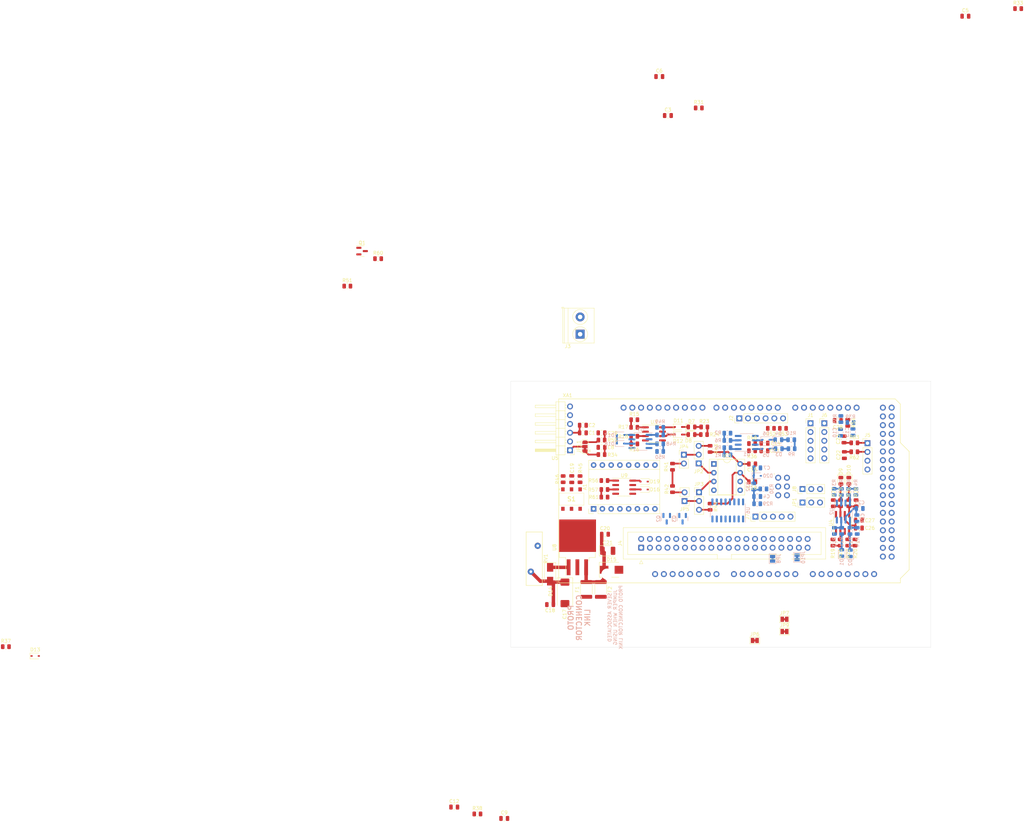
<source format=kicad_pcb>
(kicad_pcb (version 20211014) (generator pcbnew)
  (title_block (title "0.4") (date "2020-03-24") (rev "4c") (company "Speeduino"))
  (layers (0 "F.Cu" signal) (31 "B.Cu" signal) (34 "B.Paste" user) (35 "F.Paste" user) (36 "B.SilkS" user "B.Silkscreen") (37 "F.SilkS" user "F.Silkscreen") (38 "B.Mask" user) (39 "F.Mask" user) (44 "Edge.Cuts" user))
  (net 0 "")
  (net 1 "GND")
  (net 2 "ADC-Clamp-4")
  (net 3 "ADC-Clamp-5")
  (net 4 "ADC-Clamp-3")
  (net 5 "ADC-Clamp-1")
  (net 6 "ADC-Clamp-2")
  (net 7 "VDD")
  (net 8 "12V-SW")
  (net 9 "MCU-D0")
  (net 10 "MCU-D11")
  (net 11 "MCU-D10")
  (net 12 "MCU-D9")
  (net 13 "MCU-D8")
  (net 14 "MCU-D4")
  (net 15 "MCU-D49")
  (net 16 "MCU-D1")
  (net 17 "MCU-A10")
  (net 18 "MCU-A9")
  (net 19 "ADC-Clamp-6")
  (net 20 "RESET")
  (net 21 "MCU-D21")
  (net 22 "MCU-D20")
  (net 23 "MCU-D16")
  (net 24 "MCU-D5")
  (net 25 "MCU-D6")
  (net 26 "MCU-D7")
  (net 27 "MCU-D24")
  (net 28 "MCU-D38")
  (net 29 "MCU-D40")
  (net 30 "MCU-D45")
  (net 31 "MCU-D47")
  (net 32 "MCU-D50")
  (net 33 "MCU-D52")
  (net 34 "ADC-Clamp-10")
  (net 35 "ADC-Clamp-8")
  (net 36 "ADC-Clamp-9")
  (net 37 "ADC-Clamp-13")
  (net 38 "MCU-D17")
  (net 39 "MCU-D3")
  (net 42 "STEP-A2")
  (net 43 "MCU-D15")
  (net 44 "MCU-D14")
  (net 46 "STEP-A1")
  (net 48 "MCU-D13")
  (net 49 "MCU-D12")
  (net 50 "MCU-A5")
  (net 51 "MCU-A6")
  (net 52 "MCU-A7")
  (net 53 "STEP-B1")
  (net 54 "STEP-B2")
  (net 55 "O2_Sensor")
  (net 56 "Net-(C4-Pad1)")
  (net 57 "TPS_Sensor")
  (net 58 "MCU-D22")
  (net 59 "MCU-D23")
  (net 60 "MCU-D25")
  (net 61 "MCU-D26")
  (net 62 "MCU-D27")
  (net 63 "MCU-D28")
  (net 64 "MCU-D29")
  (net 65 "MCU-D30")
  (net 66 "MCU-D31")
  (net 67 "MCU-D32")
  (net 68 "MCU-D33")
  (net 69 "MCU-D34")
  (net 70 "MCU-D35")
  (net 71 "MCU-D36")
  (net 72 "MCU-D37")
  (net 73 "MCU-D39")
  (net 74 "MCU-D41")
  (net 75 "MCU-D42")
  (net 76 "MCU-D43")
  (net 77 "MCU-D44")
  (net 78 "MCU-D46")
  (net 79 "MCU-D48")
  (net 80 "MCU-D53")
  (net 81 "IAT_Sensor")
  (net 82 "CLT_Sensor")
  (net 83 "Net-(C19-Pad1)")
  (net 84 "Vdrive")
  (net 85 "Net-(D1-Pad2)")
  (net 86 "Net-(D2-Pad2)")
  (net 87 "Net-(D3-Pad1)")
  (net 88 "Net-(D3-Pad2)")
  (net 89 "Net-(D4-Pad1)")
  (net 90 "Net-(D4-Pad2)")
  (net 91 "INJ-1-OUT")
  (net 92 "INJ-4-OUT")
  (net 93 "Net-(D11-Pad2)")
  (net 94 "Net-(D7-Pad2)")
  (net 95 "Net-(D12-Pad2)")
  (net 96 "Net-(D8-Pad2)")
  (net 97 "Net-(D9-Pad2)")
  (net 98 "Net-(D10-Pad2)")
  (net 99 "INJ-2-OUT")
  (net 100 "INJ-3-OUT")
  (net 101 "VRegIn")
  (net 102 "HC-2-OUT")
  (net 103 "BOOST-OUT")
  (net 104 "HC-1-OUT")
  (net 105 "IDLE-OUT")
  (net 106 "VDDA")
  (net 107 "Net-(F2-Pad2)")
  (net 108 "VR1-")
  (net 109 "Net-(IC3-Pad2)")
  (net 110 "Net-(IC3-Pad3)")
  (net 111 "VR2-")
  (net 112 "Net-(J2-Pad5)")
  (net 114 "IGN-1-OUT")
  (net 115 "IGN-4-OUT")
  (net 116 "MAP-EXT")
  (net 117 "PROTO-1")
  (net 118 "PROTO-2")
  (net 119 "PROTO-3")
  (net 120 "PROTO-4")
  (net 121 "PROTO-5")
  (net 122 "IGN-2-OUT")
  (net 123 "IGN-3-OUT")
  (net 124 "CRANK-IN")
  (net 125 "CAM-IN")
  (net 126 "Net-(J5-Pad1)")
  (net 127 "Net-(J5-Pad2)")
  (net 128 "Net-(JP2-Pad3)")
  (net 129 "Net-(JP3-Pad3)")
  (net 130 "Net-(JP4-Pad2)")
  (net 131 "Net-(JP5-Pad2)")
  (net 132 "FAN-OUT")
  (net 133 "FUELPUMP-OUT")
  (net 134 "TACHO-OUT")
  (net 135 "Clutch_in")
  (net 136 "Net-(JP11-Pad3)")
  (net 137 "Net-(JP11-Pad2)")
  (net 138 "Net-(R5-Pad1)")
  (net 139 "Net-(R6-Pad1)")
  (net 140 "Net-(R7-Pad1)")
  (net 141 "Net-(R8-Pad1)")
  (net 142 "Net-(R11-Pad1)")
  (net 143 "Net-(R12-Pad1)")
  (net 144 "Net-(R17-Pad1)")
  (net 145 "Net-(R18-Pad1)")
  (net 146 "Net-(R21-Pad1)")
  (net 147 "Net-(R22-Pad1)")
  (net 148 "Net-(R25-Pad1)")
  (net 149 "Net-(R26-Pad1)")
  (net 150 "Net-(R45-Pad1)")
  (net 151 "Net-(R47-Pad1)")
  (net 152 "Net-(R48-Pad1)")
  (net 153 "Net-(R56-Pad1)")
  (net 154 "Net-(R57-Pad1)")
  (net 166 "ADC-Clamp-7")
  (net 167 "ADC-Clamp-11")
  (net 168 "ADC-Clamp-12")
  (net 169 "ADC-Clamp-14")
  (net 187 "MOSI")
  (net 188 "SCLK")
  (net 190 "MISO")
  (footprint "Arduino:Arduino_Mega2560_Shield" (layer "F.Cu") (at 110 107.8)
    (fp_text reference "XA1")
    (fp_text value "Arduino_Mega2560_Shield")
  )
  (footprint "TerminalBlock_Phoenix:TerminalBlock_Phoenix_PT-1,5-2-5.0-H_1x02_P5.00mm_Horizontal" (layer "F.Cu") (at 116.2 30.7 -90)
    (fp_text reference "J3")
    (fp_text value "Conn_01x02")
  )
  (footprint "Jumper:SolderJumper-2_P1.3mm_Bridged_Pad1.0x1.5mm" (layer "F.Cu") (at 166.85 124.5)
    (fp_text reference "JP6")
    (fp_text value "SolderJumper_2_Bridged")
  )
  (footprint "Connector_PinHeader_2.54mm:PinHeader_1x02_P2.54mm_Vertical" (layer "F.Cu") (at 146.48 84.095 180)
    (fp_text reference "JP5")
    (fp_text value "PULL-UP")
  )
  (footprint "Resistor_SMD:R_0805_2012Metric" (layer "F.Cu") (at 166.05 67.4)
    (fp_text reference "R40")
    (fp_text value "470R")
  )
  (footprint "Resistor_SMD:R_0805_2012Metric" (layer "F.Cu") (at 111.27 77.725 90)
    (fp_text reference "R46")
    (fp_text value "120R")
  )
  (footprint "Resistor_SMD:R_0805_2012Metric" (layer "F.Cu") (at 195.7125 69.8 180)
    (fp_text reference "R62")
    (fp_text value "470R")
  )
  (footprint "LED_SMD:LED_0805_2012Metric" (layer "F.Cu") (at 194.1 78.2 -90)
    (fp_text reference "D10")
    (fp_text value "LED")
  )
  (footprint "Connector_PinHeader_2.54mm:PinHeader_1x06_P2.54mm_Vertical" (layer "F.Cu") (at 162.35 60.1 90)
    (fp_text reference "J2")
    (fp_text value "Conn_01x06")
  )
  (footprint "Resistor_SMD:R_0805_2012Metric" (layer "F.Cu") (at 152.1 64.8)
    (fp_text reference "R24")
    (fp_text value "2.4k")
  )
  (footprint "SamacSys_Parts_github:AYZ0202AGRLC" (layer "F.Cu") (at 113.7 83.5)
    (fp_text reference "S1")
    (fp_text value "AYZ0202AGRLC" hide)
  )
  (footprint "Resistor_SMD:R_0805_2012Metric" (layer "F.Cu") (at 175.01 63 180)
    (fp_text reference "R53")
    (fp_text value "1k")
  )
  (footprint "Capacitor_SMD:C_0805_2012Metric" (layer "F.Cu") (at 192.7125 66.2 90)
    (fp_text reference "C23")
    (fp_text value "0.1uF")
  )
  (footprint "Resistor_SMD:R_0805_2012Metric" (layer "F.Cu") (at 243.2 -58.7)
    (fp_text reference "R33")
    (fp_text value "2.4k")
  )
  (footprint "Resistor_SMD:R_0805_2012Metric" (layer "F.Cu") (at 131.8875 62.7 180)
    (fp_text reference "R17")
    (fp_text value "1k")
  )
  (footprint "Connector_PinHeader_2.54mm:PinHeader_1x06_P2.54mm_Horizontal" (layer "F.Cu") (at 113.275 69.35 180)
    (fp_text reference "U5")
    (fp_text value "MPX4250")
  )
  (footprint "Resistor_SMD:R_0805_2012Metric" (layer "F.Cu") (at 131.9 67.5 180)
    (fp_text reference "R16")
    (fp_text value "100k")
  )
  (footprint "Varistor:RV_Disc_D15.5mm_W4.7mm_P7.5mm" (layer "F.Cu") (at 101.9 104.55 90)
    (fp_text reference "RV1")
    (fp_text value "Varistor")
  )
  (footprint "Resistor_SMD:R_0805_2012Metric" (layer "F.Cu") (at 48.7 21.755)
    (fp_text reference "R51")
    (fp_text value "10k")
  )
  (footprint "Resistor_SMD:R_0805_2012Metric" (layer "F.Cu") (at 191.6 96.1 -90)
    (fp_text reference "R21")
    (fp_text value "1k")
  )
  (footprint "Connector_PinHeader_2.54mm:PinHeader_1x02_P2.54mm_Vertical" (layer "F.Cu") (at 146.28 70.645)
    (fp_text reference "JP4")
    (fp_text value "PULL-UP")
  )
  (footprint "Connector_PinHeader_2.54mm:PinHeader_1x03_P2.54mm_Vertical" (layer "F.Cu") (at 180.675 84.5 90)
    (fp_text reference "JP1")
    (fp_text value "Ignition Voltage")
  )
  (footprint "Connector_PinHeader_2.54mm:PinHeader_1x04_P2.54mm_Vertical" (layer "F.Cu") (at 199.5125 67.3)
    (fp_text reference "J5")
    (fp_text value "Conn_01x04")
  )
  (footprint "Capacitor_SMD:C_0805_2012Metric" (layer "F.Cu") (at 166.08 78.52 180)
    (fp_text reference "C16")
    (fp_text value "0.1uF")
  )
  (footprint "Resistor_SMD:R_0805_2012Metric" (layer "F.Cu") (at 166.05 69.5 180)
    (fp_text reference "R36")
    (fp_text value "2.49k")
  )
  (footprint "Fuse:Fuse_1812_4532Metric" (layer "F.Cu") (at 122.2 109.7 -90)
    (fp_text reference "F2")
    (fp_text value "Polyfuse")
  )
  (footprint "Jumper:SolderJumper-3_P1.3mm_Bridged12_RoundedPad1.0x1.5mm" (layer "F.Cu") (at 117.6 68.3 90)
    (fp_text reference "JP11")
    (fp_text value "Jumper_3_Bridged12")
  )
  (footprint "Resistor_SMD:R_0805_2012Metric" (layer "F.Cu") (at 193.8 96.1 -90)
    (fp_text reference "R22")
    (fp_text value "1k")
  )
  (footprint "Capacitor_SMD:C_0805_2012Metric" (layer "F.Cu") (at 227.9 -56.5)
    (fp_text reference "C5")
    (fp_text value "0.22uF")
  )
  (footprint "Capacitor_SMD:C_0805_2012Metric" (layer "F.Cu") (at 139.15 -39)
    (fp_text reference "C6")
    (fp_text value "0.22uF")
  )
  (footprint "Resistor_SMD:R_0805_2012Metric" (layer "F.Cu") (at 194.1 84.7 90)
    (fp_text reference "R26")
    (fp_text value "2.4k")
  )
  (footprint "LED_SMD:LED_0805_2012Metric" (layer "F.Cu") (at 191.8 78.2 -90)
    (fp_text reference "D9")
    (fp_text value "LED")
  )
  (footprint "Jumper:SolderJumper-2_P1.3mm_Bridged_Pad1.0x1.5mm" (layer "F.Cu") (at 175.455 118.35)
    (fp_text reference "JP7")
    (fp_text value "SolderJumper_2_Bridged")
  )
  (footprint "Connector_PinHeader_2.54mm:PinHeader_1x03_P2.54mm_Vertical" (layer "F.Cu") (at 180.675 80.6 90)
    (fp_text reference "J8")
    (fp_text value "Conn_01x03")
  )
  (footprint "Package_TO_SOT_SMD:TO-263-3_TabPin2" (layer "F.Cu") (at 115.4 97.5 90)
    (fp_text reference "U8")
    (fp_text value "LM2940S-5.0/NOPB")
  )
  (footprint "Diode_SMD:D_SMB" (layer "F.Cu") (at 125.3 104)
    (fp_text reference "D15")
    (fp_text value "1SMB5919BT3G")
  )
  (footprint "Capacitor_SMD:C_0805_2012Metric" (layer "F.Cu") (at 117 64.3 180)
    (fp_text reference "C1")
    (fp_text value "0.01uF")
  )
  (footprint "Capacitor_Tantalum_SMD:CP_EIA-7343-31_Kemet-D" (layer "F.Cu") (at 111.8 110.7 -90)
    (fp_text reference "C17")
    (fp_text value "10uF")
  )
  (footprint "Connector_PinHeader_2.54mm:PinHeader_1x03_P2.54mm_Vertical" (layer "F.Cu") (at 150.68 81.52)
    (fp_text reference "JP3")
    (fp_text value "VR-HALL")
  )
  (footprint "Module:Pololu_Breakout-16_15.2x20.3mm" (layer "F.Cu") (at 120.11 86.34 90)
    (fp_text reference "A1")
    (fp_text value "Pololu_Breakout_DRV8825")
  )
  (footprint "Diode_SMD:D_SOD-323" (layer "F.Cu") (at -41.8 129)
    (fp_text reference "D13")
    (fp_text value "D_Zener")
  )
  (footprint "Capacitor_SMD:C_0805_2012Metric" (layer "F.Cu") (at 79.7 172.8)
    (fp_text reference "C12")
    (fp_text value "0.22uF")
  )
  (footprint "Diode_SMD:D_SMA" (layer "F.Cu") (at 107.5 105.3 -90)
    (fp_text reference "D14")
    (fp_text value "B130-13-F")
  )
  (footprint "Resistor_SMD:R_0805_2012Metric" (layer "F.Cu") (at 86.4125 174.8)
    (fp_text reference "R38")
    (fp_text value "470R")
  )
  (footprint "Resistor_SMD:R_0805_2012Metric" (layer "F.Cu") (at 193.8 61.4 -90)
    (fp_text reference "R54")
    (fp_text value "1k")
  )
  (footprint "Capacitor_SMD:C_0805_2012Metric" (layer "F.Cu") (at 197 91.9 180)
    (fp_text reference "C26")
    (fp_text value "0.1uF")
  )
  (footprint "Resistor_SMD:R_0805_2012Metric" (layer "F.Cu") (at 195.7125 67.2)
    (fp_text reference "R63")
    (fp_text value "470R")
  )
  (footprint "Resistor_SMD:R_0805_2012Metric" (layer "F.Cu") (at 152.2 62.6)
    (fp_text reference "R23")
    (fp_text value "2.4k")
  )
  (footprint "Diode_SMD:D_SOD-323" (layer "F.Cu") (at 134.75 78.43 180)
    (fp_text reference "D19")
    (fp_text value "D")
  )
  (footprint "Diode_SMD:D_SOD-323" (layer "F.Cu") (at 134.75 80.73 180)
    (fp_text reference "D16")
    (fp_text value "D")
  )
  (footprint "Connector_PinHeader_2.54mm:PinHeader_1x05_P2.54mm_Vertical" (layer "F.Cu") (at 183 61.525)
    (fp_text reference "J1")
    (fp_text value "Conn_01x05")
  )
  (footprint "Capacitor_SMD:C_0805_2012Metric" (layer "F.Cu") (at 169.65 69.5)
    (fp_text reference "C11")
    (fp_text value "0.1uF")
  )
  (footprint "Capacitor_SMD:C_0805_2012Metric" (layer "F.Cu") (at 113.77 77.725 90)
    (fp_text reference "C19")
    (fp_text value "22uF")
  )
  (footprint "Package_TO_SOT_SMD:SOT-23" (layer "F.Cu") (at 52.98 11.605)
    (fp_text reference "Q1")
    (fp_text value "SSM3K357R")
  )
  (footprint "Jumper:SolderJumper-2_P1.3mm_Bridged_Pad1.0x1.5mm" (layer "F.Cu") (at 175.455 121.9)
    (fp_text reference "JP9")
    (fp_text value "SolderJumper_2_Bridged")
  )
  (footprint "Resistor_SMD:R_0805_2012Metric" (layer "F.Cu") (at 131.9 65.3 180)
    (fp_text reference "R18")
    (fp_text value "1k")
  )
  (footprint "Resistor_SMD:R_0805_2012Metric" (layer "F.Cu") (at 122.4 70.6 180)
    (fp_text reference "R34")
    (fp_text value "470R")
  )
  (footprint "Resistor_SMD:R_0805_2012Metric" (layer "F.Cu") (at 131.9 60.5)
    (fp_text reference "R15")
    (fp_text value "100k")
  )
  (footprint "Capacitor_SMD:C_0805_2012Metric" (layer "F.Cu") (at 190.9 60.7)
    (fp_text reference "C28")
    (fp_text value "0.1uF")
  )
  (footprint "Capacitor_SMD:C_0805_2012Metric" (layer "F.Cu") (at 192.8125 70.75 -90)
    (fp_text reference "C22")
    (fp_text value "0.1uF")
  )
  (footprint "Capacitor_SMD:C_0805_2012Metric" (layer "F.Cu") (at 141.65 -27.7)
    (fp_text reference "C3")
    (fp_text value "0.1uF")
  )
  (footprint "Resistor_SMD:R_0805_2012Metric" (layer "F.Cu") (at 123.25 80.73 180)
    (fp_text reference "R57")
    (fp_text value "1k")
  )
  (footprint "Resistor_SMD:R_0805_2012Metric" (layer "F.Cu") (at 57.63 13.805)
    (fp_text reference "R60")
    (fp_text value "100k")
  )
  (footprint "Package_SO:SOIC-8_3.9x4.9mm_P1.27mm" (layer "F.Cu") (at 128.975 80.065)
    (fp_text reference "U9")
    (fp_text value "VNLD5090")
  )
  (footprint "Resistor_SMD:R_0805_2012Metric" (layer "F.Cu") (at 122.4 66.4 180)
    (fp_text reference "R55")
    (fp_text value "470R")
  )
  (footprint "Capacitor_SMD:C_0805_2012Metric" (layer "F.Cu") (at 169.65 67.3)
    (fp_text reference "C14")
    (fp_text value "0.22uF")
  )
  (footprint "Resistor_SMD:R_0805_2012Metric" (layer "F.Cu") (at 150.6 -29.9)
    (fp_text reference "R31")
    (fp_text value "470R")
  )
  (footprint "Capacitor_SMD:C_0805_2012Metric" (layer "F.Cu") (at 94.2 176.1)
    (fp_text reference "C9")
    (fp_text value "0.1uF")
  )
  (footprint "Capacitor_SMD:C_0805_2012Metric" (layer "F.Cu") (at 197 89.6 180)
    (fp_text reference "C27")
    (fp_text value "1uF")
  )
  (footprint "Resistor_SMD:R_0805_2012Metric" (layer "F.Cu") (at 153.88 68.96 90)
    (fp_text reference "R43")
    (fp_text value "220R")
  )
  (footprint "Capacitor_Tantalum_SMD:CP_EIA-3528-21_Kemet-B" (layer "F.Cu") (at 124.2 98.5)
    (fp_text reference "C21")
    (fp_text value "47uF")
  )
  (footprint "Capacitor_SMD:C_0805_2012Metric" (layer "F.Cu") (at 107.5 114.1 180)
    (fp_text reference "C18")
    (fp_text value "0.1uF")
  )
  (footprint "Resistor_SMD:R_0805_2012Metric" (layer "F.Cu") (at 191.7 84.7 90)
    (fp_text reference "R25")
    (fp_text value "2.4k")
  )
  (footprint "Diode_SMD:D_SOD-323" (layer "F.Cu") (at 144.7 62.6)
    (fp_text reference "D11")
    (fp_text value "D")
  )
  (footprint "Fuse:Fuse_1812_4532Metric" (layer "F.Cu") (at 118 109.7 90)
    (fp_text reference "F1")
    (fp_text value "Polyfuse")
  )
  (footprint "Resistor_SMD:R_0805_2012Metric" (layer "F.Cu") (at 123.25 78.13 180)
    (fp_text reference "R56")
    (fp_text value "1k")
  )
  (footprint "Capacitor_SMD:C_0805_2012Metric" (layer "F.Cu") (at 122.4 64.3 180)
    (fp_text reference "C29")
    (fp_text value "470pf")
  )
  (footprint "Capacitor_SMD:C_0805_2012Metric" (layer "F.Cu") (at 122.4 68.5)
    (fp_text reference "C8")
    (fp_text value "470pf")
  )
  (footprint "Capacitor_SMD:C_0805_2012Metric" (layer "F.Cu") (at 123.4 93.7)
    (fp_text reference "C20")
    (fp_text value "0.1uF")
  )
  (footprint "Package_DIP:DIP-8_W7.62mm_Socket" (layer "F.Cu") (at 154.98 73.32)
    (fp_text reference "IC3")
    (fp_text value "Trig Cond Socket")
  )
  (footprint "Capacitor_SMD:C_0805_2012Metric" (layer "F.Cu") (at 117 62.1 180)
    (fp_text reference "C2")
    (fp_text value "1uF")
  )
  (footprint "Resistor_SMD:R_0805_2012Metric" (layer "F.Cu") (at 195.9 96.1 -90)
    (fp_text reference "R20")
    (fp_text value "100k")
  )
  (footprint "Connector_IDC:IDC-Header_2x20_P2.54mm_Vertical" (layer "F.Cu") (at 133.9 97.6 90)
    (fp_text reference "J4")
    (fp_text value "Conn_02x20_Counter_Clockwise")
  )
  (footprint "Diode_SMD:D_SOD-323" (layer "F.Cu") (at 144.7 64.8)
    (fp_text reference "D12")
    (fp_text value "D")
  )
  (footprint "Capacitor_SMD:C_0805_2012Metric" (layer "F.Cu") (at 166.08 73.32 180)
    (fp_text reference "C15")
    (fp_text value "0.01uF")
  )
  (footprint "Resistor_SMD:R_0805_2012Metric" (layer "F.Cu") (at 171.51 63 180)
    (fp_text reference "R52")
    (fp_text value "2k")
  )
  (footprint "Connector_PinHeader_2.54mm:PinHeader_1x05_P2.54mm_Vertical" (layer "F.Cu") (at 167.025 88.6 90)
    (fp_text reference "J7")
    (fp_text value "Conn_01x05")
  )
  (footprint "Package_SO:SOIC-8_3.9x4.9mm_P1.27mm" (layer "F.Cu") (at 192.3 90.4 90)
    (fp_text reference "U4")
    (fp_text value "TC4424A")
  )
  (footprint "LED_SMD:LED_0805_2012Metric" (layer "F.Cu") (at 148.5 62.6)
    (fp_text reference "D7")
    (fp_text value "LED")
  )
  (footprint "Package_SO:SOIC-8_3.9x4.9mm_P1.27mm" (layer "F.Cu") (at 137.6 64.6)
    (fp_text reference "U3")
    (fp_text value "VNLD5090")
  )
  (footprint "Resistor_SMD:R_0805_2012Metric" (layer "F.Cu") (at 142.98 80.62 90)
    (fp_text reference "R42")
    (fp_text value "1k")
  )
  (footprint "Connector_PinHeader_2.54mm:PinHeader_1x03_P2.54mm_Vertical" (layer "F.Cu") (at 150.58 73.16 180)
    (fp_text reference "JP2")
    (fp_text value "VR-HALL")
  )
  (footprint "Resistor_SMD:R_0805_2012Metric" (layer "F.Cu") (at -50.3 126.3)
    (fp_text reference "R37")
    (fp_text value "1k")
  )
  (footprint "Resistor_SMD:R_0805_2012Metric" (layer "F.Cu") (at 189.6 84.7 -90)
    (fp_text reference "R27")
    (fp_text value "10R")
  )
  (footprint "Resistor_SMD:R_0805_2012Metric" (layer "F.Cu") (at 189.5 96.1 90)
    (fp_text reference "R19")
    (fp_text value "100k")
  )
  (footprint "Resistor_SMD:R_0805_2012Metric" (layer "F.Cu") (at 196.2 84.7 -90)
    (fp_text reference "R28")
    (fp_text value "10R")
  )
  (footprint "Connector_PinHeader_2.54mm:PinHeader_1x05_P2.54mm_Vertical" (layer "F.Cu") (at 187 61.525)
    (fp_text reference "J6")
    (fp_text value "Conn_01x05")
  )
  (footprint "Resistor_SMD:R_0805_2012Metric" (layer "F.Cu") (at 116.17 77.725 90)
    (fp_text reference "R45")
    (fp_text value "10k")
  )
  (footprint "Resistor_SMD:R_0805_2012Metric" (layer "F.Cu") (at 142.98 74.12 -90)
    (fp_text reference "R41")
    (fp_text value "1k")
  )
  (footprint "Resistor_SMD:R_0805_2012Metric" (layer "F.Cu") (at 153.88 85.72 -90)
    (fp_text reference "R44")
    (fp_text value "220R")
  )
  (footprint "LED_SMD:LED_0805_2012Metric" (layer "F.Cu") (at 148.5 64.8)
    (fp_text reference "D8")
    (fp_text value "LED")
  )
  (footprint "Resistor_SMD:R_0805_2012Metric" (layer "F.Cu") (at 123.25 82.93 180)
    (fp_text reference "R61")
    (fp_text value "100k")
  )
  (footprint "LED_SMD:LED_0805_2012Metric" (layer "B.Cu") (at 173.7 66.3)
    (fp_text reference "D4")
    (fp_text value "LED")
  )
  (footprint "Resistor_SMD:R_0805_2012Metric" (layer "B.Cu") (at 196.535 92.725 90)
    (fp_text reference "R14")
    (fp_text value "10R")
  )
  (footprint "Resistor_SMD:R_0805_2012Metric" (layer "B.Cu") (at 158.9 66.5 180)
    (fp_text reference "R6")
    (fp_text value "1k")
  )
  (footprint "Capacitor_SMD:C_0805_2012Metric" (layer "B.Cu") (at 196.435 89.075 90)
    (fp_text reference "C24")
    (fp_text value "0.1uF")
  )
  (footprint "Capacitor_SMD:C_0805_2012Metric" (layer "B.Cu") (at 195.3 64.1 -90)
    (fp_text reference "C13")
    (fp_text value "0.22uF")
  )
  (footprint "Resistor_SMD:R_0805_2012Metric" (layer "B.Cu") (at 194.6 61.3 180)
    (fp_text reference "R39")
    (fp_text value "470R")
  )
  (footprint "Jumper:SolderJumper-2_P1.3mm_Bridged_Pad1.0x1.5mm" (layer "B.Cu") (at 172 100.8 90)
    (fp_text reference "JP8")
    (fp_text value "SolderJumper_2_Bridged")
  )
  (footprint "Package_TO_SOT_SMD:SOT-23" (layer "B.Cu") (at 145.9 89.2 -90)
    (fp_text reference "Q3")
    (fp_text value "SSM3K357R")
  )
  (footprint "Resistor_SMD:R_0805_2012Metric" (layer "B.Cu") (at 192.035 92.725 -90)
    (fp_text reference "R11")
    (fp_text value "2.4k")
  )
  (footprint "Resistor_SMD:R_0805_2012Metric" (layer "B.Cu") (at 194.035 81.425 90)
    (fp_text reference "R8")
    (fp_text value "1k")
  )
  (footprint "Diode_SMD:D_SOD-323" (layer "B.Cu") (at 127.9 64.9)
    (fp_text reference "D17")
    (fp_text value "D")
  )
  (footprint "Resistor_SMD:R_0805_2012Metric" (layer "B.Cu") (at 177.5 68.9)
    (fp_text reference "R9")
    (fp_text value "2.4k")
  )
  (footprint "Resistor_SMD:R_0805_2012Metric" (layer "B.Cu") (at 189.835 81.4125 -90)
    (fp_text reference "R3")
    (fp_text value "100k")
  )
  (footprint "Resistor_SMD:R_0805_2012Metric" (layer "B.Cu") (at 139.4 69.7)
    (fp_text reference "R50")
    (fp_text value "100k")
  )
  (footprint "Resistor_SMD:R_0805_2012Metric" (layer "B.Cu") (at 191.935 81.425 90)
    (fp_text reference "R7")
    (fp_text value "1k")
  )
  (footprint "Package_TO_SOT_SMD:SOT-23" (layer "B.Cu") (at 141.3 89.2 -90)
    (fp_text reference "Q2")
    (fp_text value "SSM3K357R")
  )
  (footprint "Resistor_SMD:R_0805_2012Metric" (layer "B.Cu") (at 189.935 92.725 90)
    (fp_text reference "R13")
    (fp_text value "10R")
  )
  (footprint "Diode_SMD:D_SOD-323" (layer "B.Cu") (at 170.1 66.3)
    (fp_text reference "D6")
    (fp_text value "D")
  )
  (footprint "LED_SMD:LED_0805_2012Metric" (layer "B.Cu") (at 194.535 99.225 90)
    (fp_text reference "D2")
    (fp_text value "LED")
  )
  (footprint "Capacitor_SMD:C_0805_2012Metric" (layer "B.Cu") (at 167.5375 82.7625)
    (fp_text reference "C4")
    (fp_text value "0.1uF")
  )
  (footprint "Resistor_SMD:R_0805_2012Metric" (layer "B.Cu") (at 191.8 60.3 90)
    (fp_text reference "R35")
    (fp_text value "2.49k")
  )
  (footprint "Package_SO:SOIC-8_3.9x4.9mm_P1.27mm" (layer "B.Cu") (at 164.5 67.1)
    (fp_text reference "U1")
    (fp_text value "VNLD5090")
  )
  (footprint "Capacitor_SMD:C_0805_2012Metric" (layer "B.Cu") (at 197.235 86.225 180)
    (fp_text reference "C25")
    (fp_text value "1uF")
  )
  (footprint "Jumper:SolderJumper-2_P1.3mm_Bridged_Pad1.0x1.5mm" (layer "B.Cu") (at 179.1 100.4 90)
    (fp_text reference "JP10")
    (fp_text value "SolderJumper_2_Bridged")
  )
  (footprint "Package_SO:SOIC-8_3.9x4.9mm_P1.27mm" (layer "B.Cu") (at 192.535 87.125 -90)
    (fp_text reference "U2")
    (fp_text value "TC4424A")
  )
  (footprint "Resistor_SMD:R_0805_2012Metric" (layer "B.Cu") (at 194.435 92.725 -90)
    (fp_text reference "R12")
    (fp_text value "2.4k")
  )
  (footprint "Capacitor_SMD:C_0805_2012Metric" (layer "B.Cu") (at 191.7 64.2 -90)
    (fp_text reference "C10")
    (fp_text value "0.1uF")
  )
  (footprint "Resistor_SMD:R_0805_2012Metric" (layer "B.Cu") (at 177.4 66.3)
    (fp_text reference "R10")
    (fp_text value "2.4k")
  )
  (footprint "Resistor_SMD:R_0805_2012Metric" (layer "B.Cu") (at 158.9 68.6 180)
    (fp_text reference "R5")
    (fp_text value "1k")
  )
  (footprint "Diode_SMD:D_SOD-323" (layer "B.Cu") (at 127.9 67.4)
    (fp_text reference "D18")
    (fp_text value "D")
  )
  (footprint "Resistor_SMD:R_0805_2012Metric" (layer "B.Cu") (at 167.5375 84.8625 180)
    (fp_text reference "R29")
    (fp_text value "1k")
  )
  (footprint "Package_SO:SOIC-16_3.9x9.9mm_P1.27mm" (layer "B.Cu") (at 159 86.8 90)
    (fp_text reference "U6")
    (fp_text value "SP720")
  )
  (footprint "Resistor_SMD:R_0805_2012Metric" (layer "B.Cu") (at 169.3375 80.5625)
    (fp_text reference "R30")
    (fp_text value "3.9k")
  )
  (footprint "Resistor_SMD:R_0805_2012Metric" (layer "B.Cu") (at 158.9 64.4 180)
    (fp_text reference "R2")
    (fp_text value "100k")
  )
  (footprint "Diode_SMD:D_SOD-323" (layer "B.Cu") (at 167.5375 76.7625)
    (fp_text reference "D20")
    (fp_text value "D_Zener")
  )
  (footprint "Diode_SMD:D_SOD-323" (layer "B.Cu") (at 170.1 68.9)
    (fp_text reference "D5")
    (fp_text value "D")
  )
  (footprint "Resistor_SMD:R_0805_2012Metric" (layer "B.Cu") (at 139.4 67.5)
    (fp_text reference "R48")
    (fp_text value "1k")
  )
  (footprint "Resistor_SMD:R_0805_2012Metric" (layer "B.Cu") (at 158.9 70.7)
    (fp_text reference "R1")
    (fp_text value "100k")
  )
  (footprint "Package_SO:SOIC-8_3.9x4.9mm_P1.27mm" (layer "B.Cu") (at 133.7 66.8 180)
    (fp_text reference "U7")
    (fp_text value "VNLD5090")
  )
  (footprint "Resistor_SMD:R_0805_2012Metric" (layer "B.Cu") (at 166.5375 79.8625 -90)
    (fp_text reference "R32")
    (fp_text value "470R")
  )
  (footprint "LED_SMD:LED_0805_2012Metric" (layer "B.Cu") (at 173.8 68.9)
    (fp_text reference "D3")
    (fp_text value "LED")
  )
  (footprint "Resistor_SMD:R_0805_2012Metric" (layer "B.Cu") (at 139.4 64.9)
    (fp_text reference "R47")
    (fp_text value "1k")
  )
  (footprint "LED_SMD:LED_0805_2012Metric" (layer "B.Cu") (at 192.035 99.125 90)
    (fp_text reference "D1")
    (fp_text value "LED")
  )
  (footprint "Capacitor_SMD:C_0805_2012Metric" (layer "B.Cu") (at 167.5375 74.4625)
    (fp_text reference "C7")
    (fp_text value "0.22uF")
  )
  (footprint "Resistor_SMD:R_0805_2012Metric" (layer "B.Cu") (at 196.135 81.425 90)
    (fp_text reference "R4")
    (fp_text value "100k")
  )
  (footprint "Resistor_SMD:R_0805_2012Metric" (layer "B.Cu") (at 139.4 62.7 180)
    (fp_text reference "R49")
    (fp_text value "100k")
  )
  (gr_rect (start 96.1 49.3) (end 217.9 126.5) (layer "Edge.Cuts") (width 0.05) (fill none))
  (gr_text "PROTO\nCONNECTOR\nLINK" (at 115.926786 117.9 90) (layer "B.SilkS") (effects (font (size 1.5 1.5) (thickness 0.2875)) (justify mirror)))
  (gr_text "SEVER ASSOCIATED\nJUMPER WHEN USING\nPROTO CONNECTOR LINK" (at 126.4 117.8 90) (layer "B.SilkS") (effects (font (size 1 1)) (justify mirror)))
  (segment (start 166.5375 78.95) (end 166.5375 76.8125) (width 0.5) (layer "B.Cu") (net 5))
  (segment (start 166.5875 76.6625) (end 166.4875 76.7625) (width 0.5) (layer "B.Cu") (net 5))
  (segment (start 166.5875 74.4625) (end 166.5875 76.6625) (width 0.5) (layer "B.Cu") (net 5))
  (segment (start 166.5375 76.8125) (end 166.4875 76.7625) (width 0.5) (layer "B.Cu") (net 5))
  (segment (start 123.3125 68.5375) (end 123.35 68.5) (width 0.5) (layer "F.Cu") (net 6))
  (segment (start 123.3125 70.6) (end 123.3125 68.5375) (width 0.5) (layer "F.Cu") (net 6))
  (segment (start 122.45 98.2875) (end 122.6625 98.5) (width 1) (layer "F.Cu") (net 7))
  (segment (start 122.45 93.7) (end 122.45 98.2875) (width 1) (layer "F.Cu") (net 7))
  (segment (start 113.275 64.27) (end 116.02 64.27) (width 0.5) (layer "F.Cu") (net 7))
  (segment (start 118 107.5625) (end 122.2 107.5625) (width 1) (layer "F.Cu") (net 7))
  (segment (start 123.15 106.6125) (end 122.2 107.5625) (width 1) (layer "F.Cu") (net 7))
  (segment (start 116.05 64.3) (end 116.05 62.1) (width 0.5) (layer "F.Cu") (net 7))
  (segment (start 123.15 104) (end 123.15 106.6125) (width 1) (layer "F.Cu") (net 7))
  (segment (start 117.94 107.5025) (end 118 107.5625) (width 1) (layer "F.Cu") (net 7))
  (segment (start 123.15 104) (end 123.15 98.9875) (width 1) (layer "F.Cu") (net 7))
  (segment (start 116.02 64.27) (end 116.05 64.3) (width 0.5) (layer "F.Cu") (net 7))
  (segment (start 117.94 103.275) (end 117.94 107.5025) (width 1) (layer "F.Cu") (net 7))
  (segment (start 123.15 98.9875) (end 122.6625 98.5) (width 1) (layer "F.Cu") (net 7))
  (segment (start 107.5 107.3) (end 104.65 107.3) (width 1) (layer "F.Cu") (net 8))
  (segment (start 108.45 114.1) (end 108.45 108.25) (width 1) (layer "F.Cu") (net 8))
  (segment (start 108.45 108.25) (end 107.5 107.3) (width 1) (layer "F.Cu") (net 8))
  (segment (start 104.65 107.3) (end 101.9 104.55) (width 1) (layer "F.Cu") (net 8))
  (segment (start 153.1125 64.7) (end 153.0125 64.8) (width 0.5) (layer "F.Cu") (net 8))
  (segment (start 111.8 107.5875) (end 107.7875 107.5875) (width 1) (layer "F.Cu") (net 8))
  (segment (start 107.7875 107.5875) (end 107.5 107.3) (width 1) (layer "F.Cu") (net 8))
  (segment (start 153.1125 62.6) (end 153.1125 64.7) (width 0.5) (layer "F.Cu") (net 8))
  (segment (start 178.4125 68.9) (end 178.4125 66.4) (width 0.5) (layer "B.Cu") (net 8))
  (segment (start 126.85 64.9) (end 126.85 67.4) (width 0.5) (layer "B.Cu") (net 8))
  (segment (start 178.4125 66.4) (end 178.3125 66.3) (width 0.5) (layer "B.Cu") (net 8))
  (segment (start 157.9875 66.5) (end 157.9875 64.4) (width 0.5) (layer "B.Cu") (net 10))
  (segment (start 130.9875 65.3) (end 130.9875 67.5) (width 0.5) (layer "F.Cu") (net 11))
  (segment (start 130.975 60.5125) (end 130.9875 60.5) (width 0.5) (layer "F.Cu") (net 12))
  (segment (start 130.975 62.7) (end 130.975 60.5125) (width 0.5) (layer "F.Cu") (net 12))
  (segment (start 157.9875 70.7) (end 157.9875 68.6) (width 0.5) (layer "B.Cu") (net 13))
  (segment (start 122.3375 82.93) (end 122.3375 80.73) (width 0.5) (layer "F.Cu") (net 14))
  (segment (start 192.8125 69.8) (end 194.8 69.8) (width 0.5) (layer "F.Cu") (net 17))
  (segment (start 192.7625 67.2) (end 192.7125 67.15) (width 0.5) (layer "F.Cu") (net 18))
  (segment (start 194.8 67.2) (end 192.7625 67.2) (width 0.5) (layer "F.Cu") (net 18))
  (segment (start 140.3125 67.5) (end 140.3125 69.7) (width 0.5) (layer "B.Cu") (net 25))
  (segment (start 140.3125 62.7) (end 140.3125 64.9) (width 0.5) (layer "B.Cu") (net 26))
  (segment (start 191.9225 80.5) (end 191.935 80.5125) (width 0.5) (layer "B.Cu") (net 28))
  (segment (start 189.835 80.5) (end 191.9225 80.5) (width 0.5) (layer "B.Cu") (net 28))
  (segment (start 194.035 80.5125) (end 196.135 80.5125) (width 0.5) (layer "B.Cu") (net 29))
  (segment (start 189.5 97.0125) (end 191.6 97.0125) (width 0.5) (layer "F.Cu") (net 32))
  (segment (start 193.8 97.0125) (end 195.9 97.0125) (width 0.5) (layer "F.Cu") (net 33))
  (segment (start 160.38 83.32) (end 160.38 76.52) (width 0.5) (layer "F.Cu") (net 35))
  (segment (start 161.04 75.86) (end 162.6 75.86) (width 0.5) (layer "F.Cu") (net 35))
  (segment (start 160.38 76.52) (end 161.04 75.86) (width 0.5) (layer "F.Cu") (net 35))
  (segment (start 158.8925 84.8075) (end 160.38 83.32) (width 0.5) (layer "F.Cu") (net 35))
  (segment (start 165.13 78.52) (end 165.13 78.39) (width 0.5) (layer "F.Cu") (net 35))
  (segment (start 165.13 78.39) (end 162.6 75.86) (width 0.5) (layer "F.Cu") (net 35))
  (segment (start 153.88 84.8075) (end 158.8925 84.8075) (width 0.5) (layer "F.Cu") (net 35))
  (segment (start 153.88 69.8725) (end 159.1525 69.8725) (width 0.5) (layer "F.Cu") (net 36))
  (segment (start 165.13 73.32) (end 162.6 73.32) (width 0.5) (layer "F.Cu") (net 36))
  (segment (start 159.1525 69.8725) (end 162.6 73.32) (width 0.5) (layer "F.Cu") (net 36))
  (segment (start 123.3125 66.4) (end 123.3125 64.3375) (width 0.5) (layer "F.Cu") (net 50))
  (segment (start 123.3125 64.3375) (end 123.35 64.3) (width 0.5) (layer "F.Cu") (net 50))
  (segment (start 166.5875 80.825) (end 166.5375 80.775) (width 0.5) (layer "B.Cu") (net 56))
  (segment (start 166.625 82.8) (end 166.5875 82.7625) (width 0.5) (layer "B.Cu") (net 56))
  (segment (start 166.625 84.8625) (end 166.625 82.8) (width 0.5) (layer "B.Cu") (net 56))
  (segment (start 168.2125 80.775) (end 168.425 80.5625) (width 0.5) (layer "B.Cu") (net 56))
  (segment (start 166.5875 82.7625) (end 166.5875 80.825) (width 0.5) (layer "B.Cu") (net 56))
  (segment (start 166.5375 80.775) (end 168.2125 80.775) (width 0.5) (layer "B.Cu") (net 56))
  (segment (start 196.05 91.9) (end 196.05 89.6) (width 0.5) (layer "F.Cu") (net 84))
  (segment (start 192.935 89.535) (end 194.55 91.15) (width 0.5) (layer "F.Cu") (net 84))
  (segment (start 194.55 91.15) (end 196.05 91.15) (width 0.5) (layer "F.Cu") (net 84))
  (segment (start 196.05 91.15) (end 196.05 91.9) (width 0.5) (layer "F.Cu") (net 84))
  (segment (start 192.935 87.925) (end 192.935 89.535) (width 0.5) (layer "F.Cu") (net 84))
  (segment (start 193.17 88.625001) (end 195.570001 86.225) (width 0.5) (layer "B.Cu") (net 84))
  (segment (start 195.570001 86.225) (end 196.285 86.225) (width 0.5) (layer "B.Cu") (net 84))
  (segment (start 196.285 87.975) (end 196.435 88.125) (width 0.5) (layer "B.Cu") (net 84))
  (segment (start 196.285 86.225) (end 196.285 87.975) (width 0.5) (layer "B.Cu") (net 84))
  (segment (start 193.17 89.6) (end 193.17 88.625001) (width 0.5) (layer "B.Cu") (net 84))
  (segment (start 192.035 93.6375) (end 192.035 98.1875) (width 0.5) (layer "B.Cu") (net 85))
  (segment (start 194.435 93.6375) (end 194.435 98.1875) (width 0.5) (layer "B.Cu") (net 86))
  (segment (start 194.435 98.1875) (end 194.535 98.2875) (width 0.5) (layer "B.Cu") (net 86))
  (segment (start 171.15 68.9) (end 172.8625 68.9) (width 0.5) (layer "B.Cu") (net 87))
  (segment (start 174.7375 68.9) (end 176.5875 68.9) (width 0.5) (layer "B.Cu") (net 88))
  (segment (start 171.15 66.3) (end 172.7625 66.3) (width 0.5) (layer "B.Cu") (net 89))
  (segment (start 174.6375 66.3) (end 176.4875 66.3) (width 0.5) (layer "B.Cu") (net 90))
  (segment (start 168.945 69.005) (end 169.05 68.9) (width 0.5) (layer "B.Cu") (net 91))
  (segment (start 166.975 69.005) (end 168.945 69.005) (width 0.5) (layer "B.Cu") (net 91))
  (segment (start 166.975 66.465) (end 168.885 66.465) (width 0.5) (layer "B.Cu") (net 92))
  (segment (start 168.885 66.465) (end 169.05 66.3) (width 0.5) (layer "B.Cu") (net 92))
  (segment (start 145.75 62.6) (end 147.5625 62.6) (width 0.5) (layer "F.Cu") (net 93))
  (segment (start 149.4375 62.6) (end 151.2875 62.6) (width 0.5) (layer "F.Cu") (net 94))
  (segment (start 145.75 64.8) (end 147.5625 64.8) (width 0.5) (layer "F.Cu") (net 95))
  (segment (start 149.4375 64.8) (end 151.1875 64.8) (width 0.5) (layer "F.Cu") (net 96))
  (segment (start 191.7 83.7875) (end 191.7 79.2375) (width 0.5) (layer "F.Cu") (net 97))
  (segment (start 191.7 79.2375) (end 191.8 79.1375) (width 0.5) (layer "F.Cu") (net 97))
  (segment (start 194.1 83.7875) (end 194.1 79.1375) (width 0.5) (layer "F.Cu") (net 98))
  (segment (start 140.075 62.695) (end 143.555 62.695) (width 0.5) (layer "F.Cu") (net 99))
  (segment (start 143.555 62.695) (end 143.65 62.6) (width 0.5) (layer "F.Cu") (net 99))
  (segment (start 141.57 64.8) (end 143.65 64.8) (width 0.5) (layer "F.Cu") (net 100))
  (segment (start 140.075 65.235) (end 141.135 65.235) (width 0.5) (layer "F.Cu") (net 100))
  (segment (start 141.135 65.235) (end 141.57 64.8) (width 0.5) (layer "F.Cu") (net 100))
  (segment (start 107.5 103.3) (end 112.835 103.3) (width 1) (layer "F.Cu") (net 101))
  (segment (start 112.835 103.3) (end 112.86 103.275) (width 1) (layer "F.Cu") (net 101))
  (segment (start 131.45 80.7) (end 133.67 80.7) (width 0.5) (layer "F.Cu") (net 102))
  (segment (start 133.67 80.7) (end 133.7 80.73) (width 0.5) (layer "F.Cu") (net 102))
  (segment (start 131.225 64.895) (end 128.955 64.895) (width 0.5) (layer "B.Cu") (net 103))
  (segment (start 128.955 64.895) (end 128.95 64.9) (width 0.5) (layer "B.Cu") (net 103))
  (segment (start 128.985 67.435) (end 128.95 67.4) (width 0.5) (layer "B.Cu") (net 104))
  (segment (start 131.225 67.435) (end 128.985 67.435) (width 0.5) (layer "B.Cu") (net 104))
  (segment (start 131.45 78.16) (end 133.43 78.16) (width 0.5) (layer "F.Cu") (net 105))
  (segment (start 133.43 78.16) (end 133.7 78.43) (width 0.5) (layer "F.Cu") (net 105))
  (segment (start 142.98 79.7075) (end 142.98 75.0325) (width 0.5) (layer "F.Cu") (net 106))
  (segment (start 153.28 75.86) (end 150.58 73.16) (width 0.5) (layer "F.Cu") (net 109))
  (segment (start 154.98 75.86) (end 153.28 75.86) (width 0.5) (layer "F.Cu") (net 109))
  (segment (start 153.8 78.4) (end 150.68 81.52) (width 0.5) (layer "F.Cu") (net 110))
  (segment (start 154.98 78.4) (end 153.8 78.4) (width 0.5) (layer "F.Cu") (net 110))
  (segment (start 121.4875 70.6) (end 118.6 70.6) (width 0.5) (layer "F.Cu") (net 116))
  (segment (start 118.6 70.6) (end 117.6 69.6) (width 0.5) (layer "F.Cu") (net 116))
  (segment (start 150.555 70.645) (end 150.58 70.62) (width 0.5) (layer "F.Cu") (net 124))
  (segment (start 146.28 70.645) (end 150.555 70.645) (width 0.5) (layer "F.Cu") (net 124))
  (segment (start 150.68 84.06) (end 146.515 84.06) (width 0.5) (layer "F.Cu") (net 125))
  (segment (start 146.515 84.06) (end 146.48 84.095) (width 0.5) (layer "F.Cu") (net 125))
  (segment (start 199.4125 67.2) (end 199.5125 67.3) (width 0.5) (layer "F.Cu") (net 126))
  (segment (start 196.625 67.2) (end 199.4125 67.2) (width 0.5) (layer "F.Cu") (net 126))
  (segment (start 196.625 69.8) (end 199.4725 69.8) (width 0.5) (layer "F.Cu") (net 127))
  (segment (start 199.4725 69.8) (end 199.5125 69.84) (width 0.5) (layer "F.Cu") (net 127))
  (segment (start 153.8475 68.08) (end 153.88 68.0475) (width 0.5) (layer "F.Cu") (net 128))
  (segment (start 150.58 68.08) (end 153.8475 68.08) (width 0.5) (layer "F.Cu") (net 128))
  (segment (start 153.8475 86.6) (end 153.88 86.6325) (width 0.5) (layer "F.Cu") (net 129))
  (segment (start 150.68 86.6) (end 153.8475 86.6) (width 0.5) (layer "F.Cu") (net 129))
  (segment (start 142.98 73.2075) (end 146.2575 73.2075) (width 0.5) (layer "F.Cu") (net 130))
  (segment (start 146.2575 73.2075) (end 146.28 73.185) (width 0.5) (layer "F.Cu") (net 130))
  (segment (start 146.48 81.555) (end 143.0025 81.555) (width 0.5) (layer "F.Cu") (net 131))
  (segment (start 143.0025 81.555) (end 142.98 81.5325) (width 0.5) (layer "F.Cu") (net 131))
  (segment (start 117.6 67) (end 120.8875 67) (width 0.5) (layer "F.Cu") (net 136))
  (segment (start 120.8875 67) (end 121.4875 66.4) (width 0.5) (layer "F.Cu") (net 136))
  (segment (start 114.325 68.3) (end 113.275 69.35) (width 0.5) (layer "F.Cu") (net 137))
  (segment (start 117.6 68.3) (end 114.325 68.3) (width 0.5) (layer "F.Cu") (net 137))
  (segment (start 160.2175 69.005) (end 159.8125 68.6) (width 0.5) (layer "B.Cu") (net 138))
  (segment (start 162.025 69.005) (end 160.2175 69.005) (width 0.5) (layer "B.Cu") (net 138))
  (segment (start 161.99 66.5) (end 162.025 66.465) (width 0.5) (layer "B.Cu") (net 139))
  (segment (start 159.8125 66.5) (end 161.99 66.5) (width 0.5) (layer "B.Cu") (net 139))
  (segment (start 191.935 84.615) (end 191.9 84.65) (width 0.5) (layer "B.Cu") (net 140))
  (segment (start 191.935 82.3375) (end 191.935 84.615) (width 0.5) (layer "B.Cu") (net 140))
  (segment (start 194.44 84.65) (end 194.44 82.7425) (width 0.5) (layer "B.Cu") (net 141))
  (segment (start 194.44 82.7425) (end 194.035 82.3375) (width 0.5) (layer "B.Cu") (net 141))
  (segment (start 191.9 91.6775) (end 192.035 91.8125) (width 0.5) (layer "B.Cu") (net 142))
  (segment (start 191.9 89.6) (end 191.9 91.6775) (width 0.5) (layer "B.Cu") (net 142))
  (segment (start 189.935 91.8125) (end 192.035 91.8125) (width 0.5) (layer "B.Cu") (net 142))
  (segment (start 194.435 91.8125) (end 196.535 91.8125) (width 0.5) (layer "B.Cu") (net 143))
  (segment (start 194.44 91.8075) (end 194.435 91.8125) (width 0.5) (layer "B.Cu") (net 143))
  (segment (start 194.44 89.6) (end 194.44 91.8075) (width 0.5) (layer "B.Cu") (net 143))
  (segment (start 132.8 62.7) (end 135.12 62.7) (width 0.5) (layer "F.Cu") (net 144))
  (segment (start 135.12 62.7) (end 135.125 62.695) (width 0.5) (layer "F.Cu") (net 144))
  (segment (start 132.8775 65.235) (end 132.8125 65.3) (width 0.5) (layer "F.Cu") (net 145))
  (segment (start 135.125 65.235) (end 132.8775 65.235) (width 0.5) (layer "F.Cu") (net 145))
  (segment (start 191.665 92.875) (end 191.665 95.1225) (width 0.5) (layer "F.Cu") (net 146))
  (segment (start 191.665 95.1225) (end 191.6 95.1875) (width 0.5) (layer "F.Cu") (net 146))
  (segment (start 194.205 92.875) (end 194.205 94.7825) (width 0.5) (layer "F.Cu") (net 147))
  (segment (start 194.205 94.7825) (end 193.8 95.1875) (width 0.5) (layer "F.Cu") (net 147))
  (segment (start 191.665 87.925) (end 191.665 85.6475) (width 0.5) (layer "F.Cu") (net 148))
  (segment (start 191.665 85.6475) (end 191.7 85.6125) (width 0.5) (layer "F.Cu") (net 148))
  (segment (start 189.6 85.6125) (end 191.7 85.6125) (width 0.5) (layer "F.Cu") (net 148))
  (segment (start 194.1 85.6125) (end 196.2 85.6125) (width 0.5) (layer "F.Cu") (net 149))
  (segment (start 194.205 87.925) (end 194.205 85.7175) (width 0.5) (layer "F.Cu") (net 149))
  (segment (start 194.205 85.7175) (end 194.1 85.6125) (width 0.5) (layer "F.Cu") (net 149))
  (segment (start 136.18 64.9) (end 136.175 64.895) (width 0.5) (layer "B.Cu") (net 151))
  (segment (start 138.4875 64.9) (end 136.18 64.9) (width 0.5) (layer "B.Cu") (net 151))
  (segment (start 136.24 67.5) (end 136.175 67.435) (width 0.5) (layer "B.Cu") (net 152))
  (segment (start 138.4875 67.5) (end 136.24 67.5) (width 0.5) (layer "B.Cu") (net 152))
  (segment (start 126.47 78.13) (end 126.5 78.16) (width 0.5) (layer "F.Cu") (net 153))
  (segment (start 124.1625 78.13) (end 126.47 78.13) (width 0.5) (layer "F.Cu") (net 153))
  (segment (start 126.47 80.73) (end 126.5 80.7) (width 0.5) (layer "F.Cu") (net 154))
  (segment (start 124.1625 80.73) (end 126.47 80.73) (width 0.5) (layer "F.Cu") (net 154))
)
</source>
